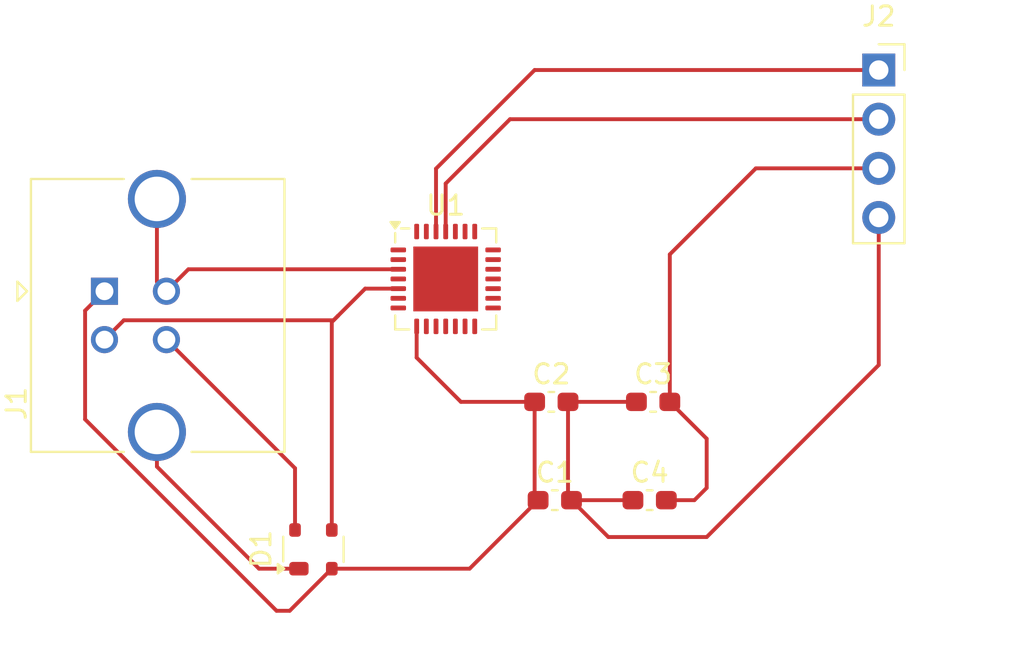
<source format=kicad_pcb>
(kicad_pcb (version 20241229) (generator "pcbnew") (generator_version "9.0")
  (layers (0 "F.Cu" signal) (2 "B.Cu" signal) (13 "F.Paste" user) (15 "B.Paste" user) (5 "F.SilkS" user "F.Silkscreen") (7 "B.SilkS" user "B.Silkscreen") (1 "F.Mask" user) (3 "B.Mask" user) (25 "Edge.Cuts" user))
  (net 0 "")
  (net 1 "GNDREF")
  (net 2 "/VBUS")
  (net 3 "/D_+")
  (net 4 "/D_-")
  (net 5 "/TXD")
  (net 6 "/RXD")
  (footprint "Package_DFN_QFN:QFN-28-1EP_5x5mm_P0.5mm_EP3.35x3.35mm" (layer "F.Cu") (at 60.175 53.34)
    (property "Reference" "U1" (at 0 -3.8 0) (layer "F.SilkS"))
    (property "Value" "CP2102N-Axx-xQFN28")
    (fp_line (start -2.61 -1.885) (end -2.61 -2.37) (stroke (width 0.12)) (layer "F.SilkS"))
    (fp_line (start -2.61 2.61) (end -2.61 1.885) (stroke (width 0.12)) (layer "F.SilkS"))
    (fp_line (start -1.885 -2.61) (end -2.31 -2.61) (stroke (width 0.12)) (layer "F.SilkS"))
    (fp_line (start -1.885 2.61) (end -2.61 2.61) (stroke (width 0.12)) (layer "F.SilkS"))
    (fp_line (start 1.885 -2.61) (end 2.61 -2.61) (stroke (width 0.12)) (layer "F.SilkS"))
    (fp_line (start 1.885 2.61) (end 2.61 2.61) (stroke (width 0.12)) (layer "F.SilkS"))
    (fp_line (start 2.61 -2.61) (end 2.61 -1.885) (stroke (width 0.12)) (layer "F.SilkS"))
    (fp_line (start 2.61 2.61) (end 2.61 1.885) (stroke (width 0.12)) (layer "F.SilkS"))
    (fp_poly (pts (xy -2.61 -2.61) (xy -2.85 -2.94) (xy -2.37 -2.94)) (stroke (width 0.12)) (fill yes) (layer "F.SilkS"))
    (pad "1" smd roundrect (at -2.45 -1.5) (size 0.8 0.25) (layers "F.Cu" "F.Mask" "F.Paste"))
    (pad "2" smd roundrect (at -2.45 -1) (size 0.8 0.25) (layers "F.Cu" "F.Mask" "F.Paste"))
    (pad "3" smd roundrect (at -2.45 -0.5) (size 0.8 0.25) (layers "F.Cu" "F.Mask" "F.Paste") (net 1 "GNDREF"))
    (pad "4" smd roundrect (at -2.45 0) (size 0.8 0.25) (layers "F.Cu" "F.Mask" "F.Paste") (net 3 "/D_+"))
    (pad "5" smd roundrect (at -2.45 0.5) (size 0.8 0.25) (layers "F.Cu" "F.Mask" "F.Paste") (net 4 "/D_-"))
    (pad "6" smd roundrect (at -2.45 1) (size 0.8 0.25) (layers "F.Cu" "F.Mask" "F.Paste") (net 2 "/VBUS"))
    (pad "7" smd roundrect (at -2.45 1.5) (size 0.8 0.25) (layers "F.Cu" "F.Mask" "F.Paste") (net 2 "/VBUS"))
    (pad "8" smd roundrect (at -1.5 2.45) (size 0.25 0.8) (layers "F.Cu" "F.Mask" "F.Paste") (net 2 "/VBUS"))
    (pad "9" smd roundrect (at -1 2.45) (size 0.25 0.8) (layers "F.Cu" "F.Mask" "F.Paste"))
    (pad "10" smd roundrect (at -0.5 2.45) (size 0.25 0.8) (layers "F.Cu" "F.Mask" "F.Paste"))
    (pad "11" smd roundrect (at 0 2.45) (size 0.25 0.8) (layers "F.Cu" "F.Mask" "F.Paste"))
    (pad "12" smd roundrect (at 0.5 2.45) (size 0.25 0.8) (layers "F.Cu" "F.Mask" "F.Paste"))
    (pad "13" smd roundrect (at 1 2.45) (size 0.25 0.8) (layers "F.Cu" "F.Mask" "F.Paste"))
    (pad "14" smd roundrect (at 1.5 2.45) (size 0.25 0.8) (layers "F.Cu" "F.Mask" "F.Paste"))
    (pad "15" smd roundrect (at 2.45 1.5) (size 0.8 0.25) (layers "F.Cu" "F.Mask" "F.Paste"))
    (pad "16" smd roundrect (at 2.45 1) (size 0.8 0.25) (layers "F.Cu" "F.Mask" "F.Paste"))
    (pad "17" smd roundrect (at 2.45 0.5) (size 0.8 0.25) (layers "F.Cu" "F.Mask" "F.Paste"))
    (pad "18" smd roundrect (at 2.45 0) (size 0.8 0.25) (layers "F.Cu" "F.Mask" "F.Paste"))
    (pad "19" smd roundrect (at 2.45 -0.5) (size 0.8 0.25) (layers "F.Cu" "F.Mask" "F.Paste"))
    (pad "20" smd roundrect (at 2.45 -1) (size 0.8 0.25) (layers "F.Cu" "F.Mask" "F.Paste"))
    (pad "21" smd roundrect (at 2.45 -1.5) (size 0.8 0.25) (layers "F.Cu" "F.Mask" "F.Paste"))
    (pad "22" smd roundrect (at 1.5 -2.45) (size 0.25 0.8) (layers "F.Cu" "F.Mask" "F.Paste"))
    (pad "23" smd roundrect (at 1 -2.45) (size 0.25 0.8) (layers "F.Cu" "F.Mask" "F.Paste"))
    (pad "24" smd roundrect (at 0.5 -2.45) (size 0.25 0.8) (layers "F.Cu" "F.Mask" "F.Paste"))
    (pad "25" smd roundrect (at 0 -2.45) (size 0.25 0.8) (layers "F.Cu" "F.Mask" "F.Paste") (net 6 "/RXD"))
    (pad "26" smd roundrect (at -0.5 -2.45) (size 0.25 0.8) (layers "F.Cu" "F.Mask" "F.Paste") (net 5 "/TXD"))
    (pad "27" smd roundrect (at -1 -2.45) (size 0.25 0.8) (layers "F.Cu" "F.Mask" "F.Paste"))
    (pad "28" smd roundrect (at -1.5 -2.45) (size 0.25 0.8) (layers "F.Cu" "F.Mask" "F.Paste"))
    (pad "29" smd rect (at 0 0) (size 3.35 3.35) (property pad_prop_heatsink) (layers "F.Cu" "F.Mask") (net 1 "GNDREF"))
  )
  (footprint "Capacitor_SMD:C_0603_1608Metric_Pad1.08x0.95mm_HandSolder" (layer "F.Cu") (at 70.7125 64.77)
    (property "Reference" "C4" (at 0 -1.43 0) (layer "F.SilkS"))
    (property "Value" "0.1u")
    (fp_line (start -0.146267 -0.51) (end 0.146267 -0.51) (stroke (width 0.12)) (layer "F.SilkS"))
    (fp_line (start -0.146267 0.51) (end 0.146267 0.51) (stroke (width 0.12)) (layer "F.SilkS"))
    (pad "1" smd roundrect (at -0.8625 0) (size 1.075 0.95) (layers "F.Cu" "F.Mask" "F.Paste") (net 1 "GNDREF"))
    (pad "2" smd roundrect (at 0.8625 0) (size 1.075 0.95) (layers "F.Cu" "F.Mask" "F.Paste") (net 2 "/VBUS"))
  )
  (footprint "Capacitor_SMD:C_0603_1608Metric_Pad1.08x0.95mm_HandSolder" (layer "F.Cu") (at 65.8125 64.77)
    (property "Reference" "C1" (at 0 -1.43 0) (layer "F.SilkS"))
    (property "Value" "0.1u")
    (fp_line (start -0.146267 -0.51) (end 0.146267 -0.51) (stroke (width 0.12)) (layer "F.SilkS"))
    (fp_line (start -0.146267 0.51) (end 0.146267 0.51) (stroke (width 0.12)) (layer "F.SilkS"))
    (pad "1" smd roundrect (at -0.8625 0) (size 1.075 0.95) (layers "F.Cu" "F.Mask" "F.Paste") (net 2 "/VBUS"))
    (pad "2" smd roundrect (at 0.8625 0) (size 1.075 0.95) (layers "F.Cu" "F.Mask" "F.Paste") (net 1 "GNDREF"))
  )
  (footprint "Capacitor_SMD:C_0603_1608Metric_Pad1.08x0.95mm_HandSolder" (layer "F.Cu") (at 65.6325 59.69)
    (property "Reference" "C2" (at 0 -1.43 0) (layer "F.SilkS"))
    (property "Value" "0.1u")
    (fp_line (start -0.146267 -0.51) (end 0.146267 -0.51) (stroke (width 0.12)) (layer "F.SilkS"))
    (fp_line (start -0.146267 0.51) (end 0.146267 0.51) (stroke (width 0.12)) (layer "F.SilkS"))
    (pad "1" smd roundrect (at -0.8625 0) (size 1.075 0.95) (layers "F.Cu" "F.Mask" "F.Paste") (net 2 "/VBUS"))
    (pad "2" smd roundrect (at 0.8625 0) (size 1.075 0.95) (layers "F.Cu" "F.Mask" "F.Paste") (net 1 "GNDREF"))
  )
  (footprint "Connector_USB:USB_B_TE_5787834_Vertical" (layer "F.Cu") (at 42.545 53.975 90)
    (property "Reference" "J1" (at -5.8 -4.55 90) (layer "F.SilkS"))
    (property "Value" "USB_B")
    (fp_line (start 0.5 -4.5) (end -0.5 -4.5) (stroke (width 0.12)) (layer "F.SilkS"))
    (fp_line (start -0.5 -4.5) (end 0 -4) (stroke (width 0.12)) (layer "F.SilkS"))
    (fp_line (start 0 -4) (end 0.5 -4.5) (stroke (width 0.12)) (layer "F.SilkS"))
    (fp_line (start 5.8 -3.8) (end 5.8 1) (stroke (width 0.12)) (layer "F.SilkS"))
    (fp_line (start -8.3 -3.8) (end 5.8 -3.8) (stroke (width 0.12)) (layer "F.SilkS"))
    (fp_line (start -8.3 1) (end -8.3 -3.8) (stroke (width 0.12)) (layer "F.SilkS"))
    (fp_line (start 5.8 4.5) (end 5.8 9.3) (stroke (width 0.12)) (layer "F.SilkS"))
    (fp_line (start 5.8 9.3) (end -8.3 9.3) (stroke (width 0.12)) (layer "F.SilkS"))
    (fp_line (start -8.3 9.3) (end -8.3 4.5) (stroke (width 0.12)) (layer "F.SilkS"))
    (pad "1" thru_hole rect (at 0 0 90) (size 1.4 1.4) (drill 0.92) (layers "*.Cu" "*.Mask") (net 2 "/VBUS"))
    (pad "2" thru_hole circle (at -2.5 0 90) (size 1.4 1.4) (drill 0.92) (layers "*.Cu" "*.Mask") (net 4 "/D_-"))
    (pad "3" thru_hole circle (at -2.5 3.2 90) (size 1.4 1.4) (drill 0.92) (layers "*.Cu" "*.Mask") (net 3 "/D_+"))
    (pad "4" thru_hole circle (at 0 3.2 90) (size 1.4 1.4) (drill 0.92) (layers "*.Cu" "*.Mask") (net 1 "GNDREF"))
    (pad "5" thru_hole circle (at -7.27 2.71 90) (size 3 3) (drill 2.3) (layers "*.Cu" "*.Mask") (net 1 "GNDREF"))
    (pad "5" thru_hole circle (at 4.77 2.71 90) (size 3 3) (drill 2.3) (layers "*.Cu" "*.Mask") (net 1 "GNDREF"))
  )
  (footprint "Connector_PinSocket_2.54mm:PinSocket_1x04_P2.54mm_Vertical" (layer "F.Cu") (at 82.55 42.545)
    (property "Reference" "J2" (at 0 -2.77 0) (layer "F.SilkS"))
    (property "Value" "Conn_01x04_Socket")
    (fp_line (start -1.33 1.27) (end -1.33 8.95) (stroke (width 0.12)) (layer "F.SilkS"))
    (fp_line (start -1.33 1.27) (end 1.33 1.27) (stroke (width 0.12)) (layer "F.SilkS"))
    (fp_line (start -1.33 8.95) (end 1.33 8.95) (stroke (width 0.12)) (layer "F.SilkS"))
    (fp_line (start 0 -1.33) (end 1.33 -1.33) (stroke (width 0.12)) (layer "F.SilkS"))
    (fp_line (start 1.33 -1.33) (end 1.33 0) (stroke (width 0.12)) (layer "F.SilkS"))
    (fp_line (start 1.33 1.27) (end 1.33 8.95) (stroke (width 0.12)) (layer "F.SilkS"))
    (pad "1" thru_hole rect (at 0 0) (size 1.7 1.7) (drill 1) (layers "*.Cu" "*.Mask") (net 5 "/TXD"))
    (pad "2" thru_hole circle (at 0 2.54) (size 1.7 1.7) (drill 1) (layers "*.Cu" "*.Mask") (net 6 "/RXD"))
    (pad "3" thru_hole circle (at 0 5.08) (size 1.7 1.7) (drill 1) (layers "*.Cu" "*.Mask") (net 2 "/VBUS"))
    (pad "4" thru_hole circle (at 0 7.62) (size 1.7 1.7) (drill 1) (layers "*.Cu" "*.Mask") (net 1 "GNDREF"))
  )
  (footprint "Package_TO_SOT_SMD:SOT-143" (layer "F.Cu") (at 53.34 67.31 90)
    (property "Reference" "D1" (at 0.02 -2.7 90) (layer "F.SilkS"))
    (property "Value" "SP0503BAHT")
    (fp_line (start 0.65 -1.56) (end -0.62 -1.56) (stroke (width 0.12)) (layer "F.SilkS"))
    (fp_line (start -0.65 1.56) (end 0.65 1.56) (stroke (width 0.12)) (layer "F.SilkS"))
    (fp_poly (pts (xy -1 -1.51) (xy -1.24 -1.84) (xy -0.76 -1.84) (xy -1 -1.51)) (stroke (width 0.12)) (fill yes) (layer "F.SilkS"))
    (pad "1" smd roundrect (at -1 -0.75 90) (size 0.7 1) (layers "F.Cu" "F.Mask" "F.Paste") (net 1 "GNDREF"))
    (pad "2" smd roundrect (at -1 0.95 90) (size 0.7 0.6) (layers "F.Cu" "F.Mask" "F.Paste") (net 2 "/VBUS"))
    (pad "3" smd roundrect (at 1 0.95 90) (size 0.7 0.6) (layers "F.Cu" "F.Mask" "F.Paste") (net 4 "/D_-"))
    (pad "4" smd roundrect (at 1 -0.95 90) (size 0.7 0.6) (layers "F.Cu" "F.Mask" "F.Paste") (net 3 "/D_+"))
  )
  (footprint "Capacitor_SMD:C_0603_1608Metric_Pad1.08x0.95mm_HandSolder" (layer "F.Cu") (at 70.8925 59.69)
    (property "Reference" "C3" (at 0 -1.43 0) (layer "F.SilkS"))
    (property "Value" "4.7u")
    (fp_line (start -0.146267 -0.51) (end 0.146267 -0.51) (stroke (width 0.12)) (layer "F.SilkS"))
    (fp_line (start -0.146267 0.51) (end 0.146267 0.51) (stroke (width 0.12)) (layer "F.SilkS"))
    (pad "1" smd roundrect (at -0.8625 0) (size 1.075 0.95) (layers "F.Cu" "F.Mask" "F.Paste") (net 1 "GNDREF"))
    (pad "2" smd roundrect (at 0.8625 0) (size 1.075 0.95) (layers "F.Cu" "F.Mask" "F.Paste") (net 2 "/VBUS"))
  )
  (segment (start 66.675 64.77) (end 69.85 64.77) (width 0.2) (layer "F.Cu") (net 1))
  (segment (start 73.66 66.675) (end 68.58 66.675) (width 0.2) (layer "F.Cu") (net 1))
  (segment (start 82.55 50.165) (end 82.55 57.785) (width 0.2) (layer "F.Cu") (net 1))
  (segment (start 45.745 53.975) (end 46.88 52.84) (width 0.2) (layer "F.Cu") (net 1))
  (segment (start 45.255 49.205) (end 45.255 53.485) (width 0.2) (layer "F.Cu") (net 1))
  (segment (start 45.255 63.035) (end 45.255 61.245) (width 0.2) (layer "F.Cu") (net 1))
  (segment (start 46.88 52.84) (end 57.725 52.84) (width 0.2) (layer "F.Cu") (net 1))
  (segment (start 66.495 59.69) (end 70.03 59.69) (width 0.2) (layer "F.Cu") (net 1))
  (segment (start 50.53 68.31) (end 45.255 63.035) (width 0.2) (layer "F.Cu") (net 1))
  (segment (start 82.55 57.785) (end 73.66 66.675) (width 0.2) (layer "F.Cu") (net 1))
  (segment (start 66.495 64.59) (end 66.675 64.77) (width 0.2) (layer "F.Cu") (net 1))
  (segment (start 66.495 59.69) (end 66.495 64.59) (width 0.2) (layer "F.Cu") (net 1))
  (segment (start 68.58 66.675) (end 66.675 64.77) (width 0.2) (layer "F.Cu") (net 1))
  (segment (start 52.59 68.31) (end 50.53 68.31) (width 0.2) (layer "F.Cu") (net 1))
  (segment (start 45.255 53.485) (end 45.745 53.975) (width 0.2) (layer "F.Cu") (net 1))
  (segment (start 60.96 59.69) (end 58.675 57.405) (width 0.2) (layer "F.Cu") (net 2))
  (segment (start 76.2 47.625) (end 71.755 52.07) (width 0.2) (layer "F.Cu") (net 2))
  (segment (start 73.66 64.135) (end 73.66 61.595) (width 0.2) (layer "F.Cu") (net 2))
  (segment (start 71.575 64.77) (end 73.025 64.77) (width 0.2) (layer "F.Cu") (net 2))
  (segment (start 42.545 53.975) (end 41.544 54.976) (width 0.2) (layer "F.Cu") (net 2))
  (segment (start 54.29 68.31) (end 61.41 68.31) (width 0.2) (layer "F.Cu") (net 2))
  (segment (start 52.115 70.485) (end 54.29 68.31) (width 0.2) (layer "F.Cu") (net 2))
  (segment (start 71.755 52.07) (end 71.755 59.69) (width 0.2) (layer "F.Cu") (net 2))
  (segment (start 61.41 68.31) (end 64.95 64.77) (width 0.2) (layer "F.Cu") (net 2))
  (segment (start 82.55 47.625) (end 76.2 47.625) (width 0.2) (layer "F.Cu") (net 2))
  (segment (start 73.66 61.595) (end 71.755 59.69) (width 0.2) (layer "F.Cu") (net 2))
  (segment (start 51.435 70.485) (end 52.115 70.485) (width 0.2) (layer "F.Cu") (net 2))
  (segment (start 41.544 54.976) (end 41.544 60.594) (width 0.2) (layer "F.Cu") (net 2))
  (segment (start 64.77 59.69) (end 60.96 59.69) (width 0.2) (layer "F.Cu") (net 2))
  (segment (start 58.675 57.405) (end 58.675 55.79) (width 0.2) (layer "F.Cu") (net 2))
  (segment (start 64.77 59.69) (end 64.77 64.59) (width 0.2) (layer "F.Cu") (net 2))
  (segment (start 64.77 64.59) (end 64.95 64.77) (width 0.2) (layer "F.Cu") (net 2))
  (segment (start 73.025 64.77) (end 73.66 64.135) (width 0.2) (layer "F.Cu") (net 2))
  (segment (start 41.544 60.594) (end 51.435 70.485) (width 0.2) (layer "F.Cu") (net 2))
  (segment (start 52.39 66.31) (end 52.39 63.12) (width 0.2) (layer "F.Cu") (net 3))
  (segment (start 52.39 63.12) (end 45.745 56.475) (width 0.2) (layer "F.Cu") (net 3))
  (segment (start 42.545 56.475) (end 43.546 55.474) (width 0.2) (layer "F.Cu") (net 4))
  (segment (start 54.381 55.474) (end 54.61 55.245) (width 0.2) (layer "F.Cu") (net 4))
  (segment (start 54.29 55.565) (end 54.61 55.245) (width 0.2) (layer "F.Cu") (net 4))
  (segment (start 54.61 55.245) (end 56.015 53.84) (width 0.2) (layer "F.Cu") (net 4))
  (segment (start 54.29 66.31) (end 54.29 55.565) (width 0.2) (layer "F.Cu") (net 4))
  (segment (start 56.015 53.84) (end 57.725 53.84) (width 0.2) (layer "F.Cu") (net 4))
  (segment (start 43.546 55.474) (end 54.381 55.474) (width 0.2) (layer "F.Cu") (net 4))
  (segment (start 82.55 42.545) (end 64.77 42.545) (width 0.2) (layer "F.Cu") (net 5))
  (segment (start 64.77 42.545) (end 59.675 47.64) (width 0.2) (layer "F.Cu") (net 5))
  (segment (start 59.675 47.64) (end 59.675 50.89) (width 0.2) (layer "F.Cu") (net 5))
  (segment (start 60.175 48.41) (end 60.175 50.89) (width 0.2) (layer "F.Cu") (net 6))
  (segment (start 82.55 45.085) (end 63.5 45.085) (width 0.2) (layer "F.Cu") (net 6))
  (segment (start 63.5 45.085) (end 60.175 48.41) (width 0.2) (layer "F.Cu") (net 6))
)
</source>
